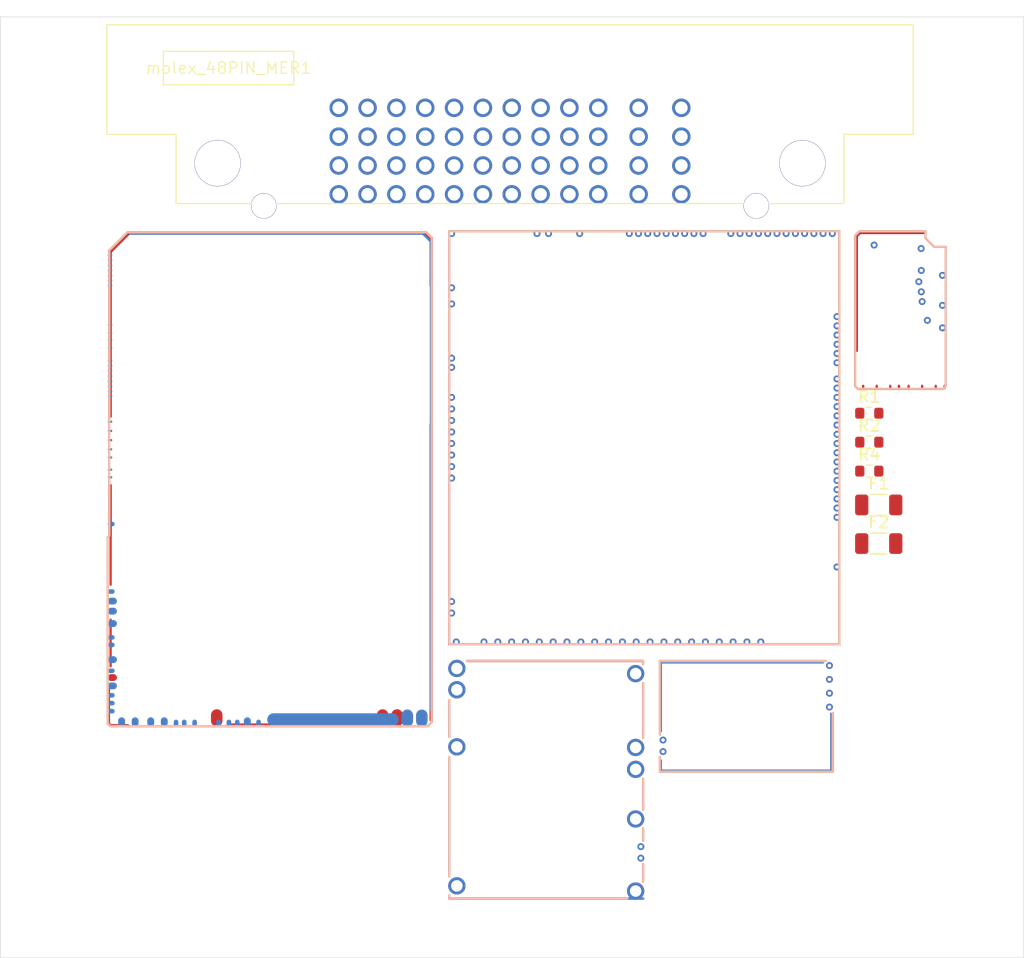
<source format=kicad_pcb>
(kicad_pcb (version 20241229) (generator "pcbnew") (generator_version "9.0")
  (layers (0 "F.Cu" signal) (2 "B.Cu" signal) (13 "F.Paste" user) (15 "B.Paste" user) (5 "F.SilkS" user "F.Silkscreen") (7 "B.SilkS" user "B.Silkscreen") (1 "F.Mask" user) (3 "B.Mask" user) (25 "Edge.Cuts" user))
  (net 0 "")
  (net 1 "Net-(molex_48PIN_MER1-12V_KEY)")
  (net 2 "Net-(M3-IN_VIGN)")
  (net 3 "+12V_RAW")
  (net 4 "Net-(molex_48PIN_MER1-12V_MREL)")
  (net 5 "GND")
  (net 8 "MAPOUT")
  (net 10 "+5V")
  (net 16 "Net-(M1-IN_TPS_(PA4))")
  (net 17 "DC2_DIS")
  (net 18 "+5VA")
  (net 19 "Net-(M1-IN_O2S_{slash}_CAN_WAKEUP_(PA0))")
  (net 21 "USB+")
  (net 22 "Net-(M1-OUT_PWM1_(PD13))")
  (net 23 "Net-(M1-IGN2_(PE5))")
  (net 24 "Net-(M1-OUT_INJ3_(PD11))")
  (net 26 "Net-(M1-IN_IAT_(PC3))")
  (net 29 "+3.3V")
  (net 33 "Net-(M1-IGN7_(PB9))")
  (net 34 "Net-(M1-IN_MAP1_(PC0))")
  (net 37 "PG_5VP")
  (net 40 "Net-(M1-IN_VIGN_(PA5))")
  (net 46 "9924")
  (net 47 "Net-(M1-OUT_INJ4_(PD10))")
  (net 48 "Net-(M1-OUT_INJ1_(PD3))")
  (net 49 "Net-(M1-IN_O2S2_(PA1))")
  (net 55 "Net-(M1-IGN3_(PE4))")
  (net 56 "Net-(M1-OUT_INJ2_(PA9))")
  (net 57 "Net-(M1-OUT_PWM2_(PC6))")
  (net 60 "Net-(M1-IGN8_(PE6))")
  (net 63 "Net-(M1-OUT_PWR_EN_(PE10))")
  (net 64 "Net-(M1-VBAT)")
  (net 72 "Net-(M1-IN_AUX4_(PC5))")
  (net 73 "VBUS")
  (net 74 "Net-(M1-CANH)")
  (net 78 "GNDA")
  (net 80 "Net-(M1-IN_CLT_(PC2))")
  (net 81 "+3.3VA")
  (net 82 "Net-(M1-CANL)")
  (net 84 "Net-(M1-IGN1_(PC13))")
  (net 85 "USB-")
  (net 87 "Net-(M1-IGN4_(PE3))")
  (net 89 "Net-(M2-VR+)")
  (net 91 "Net-(M2-VR-{slash}HALL)")
  (net 93 "+5VP")
  (net 95 "Net-(M3-PG_5VP)")
  (net 98 "Net-(M4-OUT_IGN4)")
  (net 101 "Net-(M4-OUT_IGN2)")
  (net 103 "Net-(M4-OUT_IGN1)")
  (net 104 "Net-(M4-OUT_IGN3)")
  (net 109 "Net-(M5C-OUT_LOW12)")
  (net 125 "Net-(M5C-OUT_INJ1)")
  (net 129 "Net-(M5C-OUT_INJ4)")
  (net 132 "Net-(M5C-OUT_LOW11)")
  (net 139 "Net-(M5C-OUT_INJ3)")
  (net 144 "Net-(M5C-OUT_INJ2)")
  (net 151 "Net-(M5C-OUT_LOW10)")
  (net 154 "Net-(M5C-OUT_LOW9)")
  (footprint "Capacitor_SMD:C_1206_3216Metric" (layer "F.Cu") (at 158.565 69.4075)
    (property "Reference" "F1" (at 0 -1.85 0) (layer "F.SilkS"))
    (property "Value" "Fuse-Pad-Pad")
    (fp_line (start -0.711252 -0.91) (end 0.711252 -0.91) (stroke (width 0.12)) (layer "F.SilkS"))
    (fp_line (start -0.711252 0.91) (end 0.711252 0.91) (stroke (width 0.12)) (layer "F.SilkS"))
    (pad "1" smd roundrect (at -1.475 0) (size 1.15 1.8) (layers "F.Cu" "F.Mask" "F.Paste") (roundrect_rratio 0.217391) (net 1 "Net-(molex_48PIN_MER1-12V_KEY)"))
    (pad "2" smd roundrect (at 1.475 0) (size 1.15 1.8) (layers "F.Cu" "F.Mask" "F.Paste") (roundrect_rratio 0.217391) (net 2 "Net-(M3-IN_VIGN)"))
  )
  (footprint "vx:vr-max9924" (layer "F.Cu") (at 139.49 92.6325)
    (property "Reference" "M2" (hide yes))
    (property "Value" "Module-vr-max9924-0.1" (hide yes))
    (fp_line (start 0.1 -9.7) (end 0.1 -3.3) (stroke (width 0.2)) (layer "F.SilkS"))
    (fp_line (start 0.1 -0.1) (end 0.1 -1.4) (stroke (width 0.2)) (layer "F.SilkS"))
    (fp_line (start 0.1 -0.1) (end 15.1 -0.1) (stroke (width 0.2)) (layer "F.SilkS"))
    (fp_line (start 14.5 -9.7) (end 0.1 -9.7) (stroke (width 0.2)) (layer "F.SilkS"))
    (fp_line (start 15.1 -0.1) (end 15.1 -5.2) (stroke (width 0.2)) (layer "F.SilkS"))
    (fp_line (start 0.1 -9.7) (end 0.1 -3.3) (stroke (width 0.2)) (layer "B.SilkS"))
    (fp_line (start 0.1 -0.1) (end 0.1 -1.4) (stroke (width 0.2)) (layer "B.SilkS"))
    (fp_line (start 0.1 -0.1) (end 15.1 -0.1) (stroke (width 0.2)) (layer "B.SilkS"))
    (fp_line (start 14.5 -9.7) (end 0.1 -9.7) (stroke (width 0.2)) (layer "B.SilkS"))
    (fp_line (start 15.1 -0.1) (end 15.1 -5.2) (stroke (width 0.2)) (layer "B.SilkS"))
    (pad "E1" thru_hole circle (at 14.8 -6.9 180) (size 0.6 0.6) (drill 0.3) (layers "*.Cu" "*.Mask"))
    (pad "E2" thru_hole circle (at 14.8 -5.7 180) (size 0.6 0.6) (drill 0.3) (layers "*.Cu" "*.Mask"))
    (pad "E3" thru_hole circle (at 14.8 -8.1 180) (size 0.6 0.6) (drill 0.3) (layers "*.Cu" "*.Mask") (net 46 "9924"))
    (pad "E4" thru_hole circle (at 14.8 -9.3 180) (size 0.6 0.6) (drill 0.3) (layers "*.Cu" "*.Mask") (net 18 "+5VA"))
    (pad "G" smd rect (at 0.15 -6.6325) (size 0.25 6.185) (layers "F.Cu") (net 5 "GND"))
    (pad "G" smd rect (at 0.15 -6.6325) (size 0.25 6.185) (layers "B.Cu") (net 5 "GND"))
    (pad "G" smd rect (at 0.15 -0.5825) (size 0.25 1.115) (layers "F.Cu") (net 5 "GND"))
    (pad "G" smd rect (at 0.15 -0.5825) (size 0.25 1.115) (layers "B.Cu") (net 5 "GND"))
    (pad "G" smd rect (at 7.1625 -9.6 90) (size 0.25 14.275) (layers "F.Cu") (net 5 "GND"))
    (pad "G" smd rect (at 7.1625 -9.6 90) (size 0.25 14.275) (layers "B.Cu") (net 5 "GND"))
    (pad "G" smd rect (at 7.575 -0.15 90) (size 0.25 15.1) (layers "F.Cu") (net 5 "GND"))
    (pad "G" smd rect (at 7.575 -0.15 90) (size 0.25 15.1) (layers "B.Cu") (net 5 "GND"))
    (pad "G" smd rect (at 15 -2.6125) (size 0.25 5.175) (layers "F.Cu") (net 5 "GND"))
    (pad "G" smd rect (at 15 -2.6125) (size 0.25 5.175) (layers "B.Cu") (net 5 "GND"))
    (pad "W1" thru_hole circle (at 0.375 -2.84 180) (size 0.6 0.6) (drill 0.3) (layers "*.Cu" "*.Mask") (net 91 "Net-(M2-VR-{slash}HALL)"))
    (pad "W2" thru_hole circle (at 0.375 -1.84 180) (size 0.6 0.6) (drill 0.3) (layers "*.Cu" "*.Mask") (net 89 "Net-(M2-VR+)"))
  )
  (footprint "Capacitor_SMD:C_1206_3216Metric" (layer "F.Cu") (at 158.565 72.7575)
    (property "Reference" "F2" (at 0 -1.85 0) (layer "F.SilkS"))
    (property "Value" "Fuse-Pad-Pad")
    (fp_line (start -0.711252 -0.91) (end 0.711252 -0.91) (stroke (width 0.12)) (layer "F.SilkS"))
    (fp_line (start -0.711252 0.91) (end 0.711252 0.91) (stroke (width 0.12)) (layer "F.SilkS"))
    (pad "1" smd roundrect (at -1.475 0) (size 1.15 1.8) (layers "F.Cu" "F.Mask" "F.Paste") (roundrect_rratio 0.217391) (net 4 "Net-(molex_48PIN_MER1-12V_MREL)"))
    (pad "2" smd roundrect (at 1.475 0) (size 1.15 1.8) (layers "F.Cu" "F.Mask" "F.Paste") (roundrect_rratio 0.217391) (net 3 "+12V_RAW"))
  )
  (footprint "ign8:ign8" (layer "F.Cu") (at 156.49 59.456209)
    (property "Reference" "M4" (hide yes))
    (property "Value" "Module-ign8-0.2" (hide yes))
    (fp_line (start 0.025001 -13.412061) (end 0.384292 -13.771352) (stroke (width 0.2)) (layer "F.SilkS"))
    (fp_line (start 0.025001 -0.35038) (end 0.025001 -13.412061) (stroke (width 0.2)) (layer "F.SilkS"))
    (fp_line (start 0.025001 -0.35038) (end 0.275001 -0.100381) (stroke (width 0.2)) (layer "F.SilkS"))
    (fp_line (start 0.275001 -0.100381) (end 7.62538 -0.100381) (stroke (width 0.2)) (layer "F.SilkS"))
    (fp_line (start 0.384292 -13.771352) (end 6.124999 -13.771352) (stroke (width 0.2)) (layer "F.SilkS"))
    (fp_line (start 6.124999 -13.175) (end 6.124999 -13.771352) (stroke (width 0.2)) (layer "F.SilkS"))
    (fp_line (start 6.124999 -13.175) (end 6.875 -12.424999) (stroke (width 0.2)) (layer "F.SilkS"))
    (fp_line (start 6.875 -12.424999) (end 7.875001 -12.424999) (stroke (width 0.2)) (layer "F.SilkS"))
    (fp_line (start 7.62538 -0.100381) (end 7.875001 -0.350002) (stroke (width 0.2)) (layer "F.SilkS"))
    (fp_line (start 7.875001 -10.550002) (end 7.875001 -12.424999) (stroke (width 0.2)) (layer "F.SilkS"))
    (fp_line (start 7.875001 -0.350002) (end 7.875001 -10.550002) (stroke (width 0.2)) (layer "F.SilkS"))
    (fp_line (start 0.025001 -13.412061) (end 0.386649 -13.773709) (stroke (width 0.2)) (layer "B.SilkS"))
    (fp_line (start 0.025001 -0.35038) (end 0.025001 -13.412061) (stroke (width 0.2)) (layer "B.SilkS"))
    (fp_line (start 0.025001 -0.35038) (end 0.275001 -0.100381) (stroke (width 0.2)) (layer "B.SilkS"))
    (fp_line (start 0.275001 -0.100381) (end 7.625382 -0.100381) (stroke (width 0.2)) (layer "B.SilkS"))
    (fp_line (start 0.386649 -13.773709) (end 6.124999 -13.773709) (stroke (width 0.2)) (layer "B.SilkS"))
    (fp_line (start 6.124999 -13.175) (end 6.124999 -13.773709) (stroke (width 0.2)) (layer "B.SilkS"))
    (fp_line (start 6.124999 -13.175) (end 6.875 -12.424999) (stroke (width 0.2)) (layer "B.SilkS"))
    (fp_line (start 6.875 -12.424999) (end 7.875001 -12.424999) (stroke (width 0.2)) (layer "B.SilkS"))
    (fp_line (start 7.625382 -0.100381) (end 7.875001 -0.349999) (stroke (width 0.2)) (layer "B.SilkS"))
    (fp_line (start 7.875001 -0.349999) (end 7.875001 -12.424999) (stroke (width 0.2)) (layer "B.SilkS"))
    (pad "G" smd oval (at 0.15 -8.400001 90) (size 10.2 0.25) (layers "F.Cu" "F.Paste") (net 5 "GND"))
    (pad "G" smd oval (at 0.300004 -13.499996 45) (size 0.650001 0.25) (layers "F.Cu" "F.Paste") (net 5 "GND"))
    (pad "G" smd oval (at 3.2625 -13.649996 90) (size 0.25 5.800001) (layers "F.Cu" "F.Paste") (net 5 "GND"))
    (pad "S1" smd oval (at 7.774948 -0.275379 90) (size 0.399999 0.2) (layers "F.Cu" "F.Mask" "F.Paste"))
    (pad "S2" smd oval (at 7.014969 -0.275379 90) (size 0.399999 0.2) (layers "F.Cu" "F.Mask" "F.Paste"))
    (pad "S3" smd oval (at 5.839976 -0.275379 90) (size 0.399999 0.2) (layers "F.Cu" "F.Mask" "F.Paste"))
    (pad "S4" smd oval (at 4.664989 -0.275379 90) (size 0.399999 0.2) (layers "F.Cu" "F.Mask" "F.Paste"))
    (pad "S5" smd oval (at 3.825077 -0.275379 90) (size 0.399999 0.2) (layers "F.Cu" "F.Mask" "F.Paste") (net 98 "Net-(M4-OUT_IGN4)"))
    (pad "S6" smd oval (at 3.075005 -0.275379 90) (size 0.399999 0.2) (layers "F.Cu" "F.Mask" "F.Paste") (net 104 "Net-(M4-OUT_IGN3)"))
    (pad "S7" smd oval (at 1.899994 -0.275379 90) (size 0.399999 0.2) (layers "F.Cu" "F.Mask" "F.Paste") (net 101 "Net-(M4-OUT_IGN2)"))
    (pad "S8" smd oval (at 0.724997 -0.275379 90) (size 0.399999 0.2) (layers "F.Cu" "F.Mask" "F.Paste") (net 103 "Net-(M4-OUT_IGN1)"))
    (pad "V1" thru_hole circle (at 5.765 -10.374986 180) (size 0.599999 0.599999) (drill 0.299999) (layers "*.Cu" "*.Mask"))
    (pad "V2" thru_hole circle (at 7.60001 -9.949978 180) (size 0.599999 0.599999) (drill 0.299999) (layers "*.Cu" "*.Mask"))
    (pad "V3" thru_hole circle (at 5.550002 -9.399981 180) (size 0.599999 0.599999) (drill 0.299999) (layers "*.Cu" "*.Mask"))
    (pad "V4" thru_hole circle (at 5.764997 -8.525022) (size 0.599999 0.599999) (drill 0.299999) (layers "*.Cu" "*.Mask"))
    (pad "V5" thru_hole circle (at 5.840004 -7.674999 180) (size 0.599999 0.599999) (drill 0.299999) (layers "*.Cu" "*.Mask") (net 87 "Net-(M1-IGN4_(PE3))"))
    (pad "V6" thru_hole circle (at 7.60001 -7.349983 180) (size 0.599999 0.599999) (drill 0.299999) (layers "*.Cu" "*.Mask") (net 55 "Net-(M1-IGN3_(PE4))"))
    (pad "V7" thru_hole circle (at 6.29001 -6.050016) (size 0.599999 0.599999) (drill 0.299999) (layers "*.Cu" "*.Mask") (net 23 "Net-(M1-IGN2_(PE5))"))
    (pad "V8" thru_hole circle (at 7.60001 -5.399999 180) (size 0.599999 0.599999) (drill 0.299999) (layers "*.Cu" "*.Mask") (net 84 "Net-(M1-IGN1_(PC13))"))
    (pad "V9" thru_hole circle (at 1.674995 -12.575002 180) (size 0.599999 0.599999) (drill 0.299999) (layers "*.Cu" "*.Mask") (net 10 "+5V"))
    (pad "V10" thru_hole circle (at 5.750001 -12.275 180) (size 0.599999 0.599999) (drill 0.299999) (layers "*.Cu" "*.Mask") (net 29 "+3.3V"))
  )
  (footprint "0.3:mega-mcu100" (layer "F.Cu") (at 121.24 81.58251)
    (property "Reference" "M1" (hide yes))
    (property "Value" "Module:mega-mcu100/0.3" (hide yes))
    (fp_line (start 0.1 -35.89999) (end 33.90001 -35.89999) (stroke (width 0.2)) (layer "F.SilkS"))
    (fp_line (start 0.1 -0.1) (end 0.1 -35.89999) (stroke (width 0.2)) (layer "F.SilkS"))
    (fp_line (start 0.1 -0.1) (end 33.9 -0.1) (stroke (width 0.2)) (layer "F.SilkS"))
    (fp_line (start 33.90001 -0.1) (end 33.90001 -35.89999) (stroke (width 0.2)) (layer "F.SilkS"))
    (fp_line (start 0.1 -35.89999) (end 33.90001 -35.89999) (stroke (width 0.2)) (layer "B.SilkS"))
    (fp_line (start 0.1 -0.1) (end 0.1 -35.89999) (stroke (width 0.2)) (layer "B.SilkS"))
    (fp_line (start 0.1 -0.1) (end 33.90001 -0.1) (stroke (width 0.2)) (layer "B.SilkS"))
    (fp_line (start 33.90001 -0.1) (end 33.90001 -35.89999) (stroke (width 0.2)) (layer "B.SilkS"))
    (pad "E1" thru_hole circle (at 33.7 -6.8 270) (size 0.6 0.6) (drill 0.3) (layers "*.Cu") (net 18 "+5VA"))
    (pad "E2" thru_hole circle (at 33.70001 -11.1 270) (size 0.6 0.6) (drill 0.3) (layers "*.Cu"))
    (pad "E3" thru_hole circle (at 33.70001 -11.89999 180) (size 0.6 0.6) (drill 0.3) (layers "*.Cu"))
    (pad "E4" thru_hole circle (at 33.70001 -12.7 180) (size 0.6 0.6) (drill 0.3) (layers "*.Cu"))
    (pad "E5" thru_hole circle (at 33.70001 -13.5 270) (size 0.6 0.6) (drill 0.3) (layers "*.Cu") (net 40 "Net-(M1-IN_VIGN_(PA5))"))
    (pad "E6" thru_hole circle (at 33.70001 -14.3) (size 0.6 0.6) (drill 0.3) (layers "*.Cu"))
    (pad "E7" thru_hole circle (at 33.70001 -15.1) (size 0.6 0.6) (drill 0.3) (layers "*.Cu"))
    (pad "E8" thru_hole circle (at 33.70001 -15.9) (size 0.6 0.6) (drill 0.3) (layers "*.Cu"))
    (pad "E9" thru_hole circle (at 33.70001 -16.7) (size 0.6 0.6) (drill 0.3) (layers "*.Cu"))
    (pad "E10" thru_hole circle (at 33.70001 -17.5 180) (size 0.6 0.6) (drill 0.3) (layers "*.Cu"))
    (pad "E11" thru_hole circle (at 33.70001 -18.3 180) (size 0.6 0.6) (drill 0.3) (layers "*.Cu"))
    (pad "E12" thru_hole circle (at 33.70001 -19.1 180) (size 0.6 0.6) (drill 0.3) (layers "*.Cu"))
    (pad "E13" thru_hole circle (at 33.70001 -19.9 180) (size 0.6 0.6) (drill 0.3) (layers "*.Cu"))
    (pad "E14" thru_hole circle (at 33.70001 -20.7 180) (size 0.6 0.6) (drill 0.3) (layers "*.Cu") (net 47 "Net-(M1-OUT_INJ4_(PD10))"))
    (pad "E15" thru_hole circle (at 33.70001 -21.5 180) (size 0.6 0.6) (drill 0.3) (layers "*.Cu") (net 24 "Net-(M1-OUT_INJ3_(PD11))"))
    (pad "E16" thru_hole circle (at 33.7 -22.29999 270) (size 0.6 0.6) (drill 0.3) (layers "*.Cu") (net 56 "Net-(M1-OUT_INJ2_(PA9))"))
    (pad "E17" thru_hole circle (at 33.70001 -23.1 270) (size 0.6 0.6) (drill 0.3) (layers "*.Cu") (net 48 "Net-(M1-OUT_INJ1_(PD3))"))
    (pad "E18" thru_hole circle (at 33.70001 -24.5 270) (size 0.6 0.6) (drill 0.3) (layers "*.Cu") (net 22 "Net-(M1-OUT_PWM1_(PD13))"))
    (pad "E19" thru_hole circle (at 33.70001 -25.29999 270) (size 0.6 0.6) (drill 0.3) (layers "*.Cu") (net 57 "Net-(M1-OUT_PWM2_(PC6))"))
    (pad "E20" thru_hole circle (at 33.70001 -26.09999 270) (size 0.6 0.6) (drill 0.3) (layers "*.Cu"))
    (pad "E21" thru_hole circle (at 33.70001 -26.89999 270) (size 0.6 0.6) (drill 0.3) (layers "*.Cu"))
    (pad "E22" thru_hole circle (at 33.70001 -27.69999 270) (size 0.6 0.6) (drill 0.3) (layers "*.Cu"))
    (pad "E23" thru_hole circle (at 33.70001 -28.5 180) (size 0.6 0.6) (drill 0.3) (layers "*.Cu"))
    (pad "G" smd rect (at 0.1 -33.34999) (size 0.2 3.7) (layers "F.Cu") (net 5 "GND"))
    (pad "G" smd rect (at 0.1 -33.34999) (size 0.2 3.7) (layers "B.Cu") (net 5 "GND"))
    (pad "G" smd rect (at 0.1 -30.3) (size 0.2 0.4) (layers "F.Cu") (net 5 "GND"))
    (pad "G" smd rect (at 0.1 -30.3) (size 0.2 0.4) (layers "B.Cu") (net 5 "GND"))
    (pad "G" smd rect (at 0.1 -27.24999) (size 0.2 3.7) (layers "F.Cu") (net 5 "GND"))
    (pad "G" smd rect (at 0.1 -27.24999) (size 0.2 3.7) (layers "B.Cu") (net 5 "GND"))
    (pad "G" smd rect (at 0.1 -22.8) (size 0.2 1.6) (layers "F.Cu") (net 5 "GND"))
    (pad "G" smd rect (at 0.1 -22.8) (size 0.2 1.6) (layers "B.Cu") (net 5 "GND"))
    (pad "G" smd rect (at 0.1 -9.15) (size 0.2 9.7) (layers "F.Cu") (net 5 "GND"))
    (pad "G" smd rect (at 0.1 -9.15) (size 0.2 9.7) (layers "B.Cu") (net 5 "GND"))
    (pad "G" smd rect (at 0.1 -1.15) (size 0.2 2.3) (layers "F.Cu") (net 5 "GND"))
    (pad "G" smd rect (at 0.1 -1.15) (size 0.2 2.3) (layers "B.Cu") (net 5 "GND"))
    (pad "G" smd rect (at 1.90001 -0.09999 90) (size 0.2 1.4) (layers "F.Cu") (net 5 "GND"))
    (pad "G" smd rect (at 1.90001 -0.09999 90) (size 0.2 1.4) (layers "B.Cu") (net 5 "GND"))
    (pad "G" smd rect (at 4 -35.89999 270) (size 0.2 6.4) (layers "F.Cu") (net 5 "GND"))
    (pad "G" smd rect (at 4 -35.89999 270) (size 0.2 6.4) (layers "B.Cu") (net 5 "GND"))
    (pad "G" smd rect (at 10.05 -35.89999 270) (size 0.2 1.7) (layers "F.Cu") (net 5 "GND"))
    (pad "G" smd rect (at 10.05 -35.89999 270) (size 0.2 1.7) (layers "B.Cu") (net 5 "GND"))
    (pad "G" smd rect (at 13.55 -35.89999 270) (size 0.2 3.3) (layers "F.Cu") (net 5 "GND"))
    (pad "G" smd rect (at 13.55 -35.89999 270) (size 0.2 3.3) (layers "B.Cu") (net 5 "GND"))
    (pad "G" smd rect (at 23.3 -35.89999 270) (size 0.2 1.4) (layers "F.Cu") (net 5 "GND"))
    (pad "G" smd rect (at 23.3 -35.89999 270) (size 0.2 1.4) (layers "B.Cu") (net 5 "GND"))
    (pad "G" smd rect (at 30.8 -0.09999 90) (size 0.2 6.4) (layers "F.Cu") (net 5 "GND"))
    (pad "G" smd rect (at 30.8 -0.09999 90) (size 0.2 6.4) (layers "B.Cu") (net 5 "GND"))
    (pad "G" smd rect (at 33.90001 -32.50001 180) (size 0.2 7) (layers "F.Cu") (net 5 "GND"))
    (pad "G" smd rect (at 33.90001 -32.50001 180) (size 0.2 7) (layers "B.Cu") (net 5 "GND"))
    (pad "G" smd rect (at 33.90001 -23.79999 180) (size 0.2 0.4) (layers "F.Cu") (net 5 "GND"))
    (pad "G" smd rect (at 33.90001 -23.79999 180) (size 0.2 0.4) (layers "B.Cu") (net 5 "GND"))
    (pad "G" smd rect (at 33.90001 -8.94999 180) (size 0.2 3.3) (layers "F.Cu") (net 5 "GND"))
    (pad "G" smd rect (at 33.90001 -8.94999 180) (size 0.2 3.3) (layers "B.Cu") (net 5 "GND"))
    (pad "G" smd rect (at 33.90001 -3.14999 180) (size 0.2 6.3) (layers "F.Cu") (net 5 "GND"))
    (pad "G" smd rect (at 33.90001 -3.14999 180) (size 0.2 6.3) (layers "B.Cu") (net 5 "GND"))
    (pad "N1" thru_hole circle (at 33.30001 -35.7 270) (size 0.6 0.6) (drill 0.3) (layers "*.Cu") (net 73 "VBUS"))
    (pad "N2" thru_hole circle (at 32.50001 -35.7 270) (size 0.6 0.6) (drill 0.3) (layers "*.Cu") (net 85 "USB-"))
    (pad "N3" thru_hole circle (at 31.70001 -35.7 270) (size 0.6 0.6) (drill 0.3) (layers "*.Cu") (net 21 "USB+"))
    (pad "N4" thru_hole circle (at 30.9 -35.7 270) (size 0.6 0.6) (drill 0.3) (layers "*.Cu") (net 17 "DC2_DIS"))
    (pad "N5" thru_hole circle (at 30.10001 -35.7 270) (size 0.6 0.6) (drill 0.3) (layers "*.Cu"))
    (pad "N6" thru_hole circle (at 29.30001 -35.7 270) (size 0.6 0.6) (drill 0.3) (layers "*.Cu"))
    (pad "N7" thru_hole circle (at 28.50001 -35.7 90) (size 0.6 0.6) (drill 0.3) (layers "*.Cu"))
    (pad "N8" thru_hole circle (at 27.7 -35.7 270) (size 0.6 0.6) (drill 0.3) (layers "*.Cu"))
    (pad "N9" thru_hole circle (at 26.90001 -35.69999 90) (size 0.6 0.6) (drill 0.3) (layers "*.Cu"))
    (pad "N10" thru_hole circle (at 26.10001 -35.69999 90) (size 0.6 0.6) (drill 0.3) (layers "*.Cu"))
    (pad "N11" thru_hole circle (at 25.30001 -35.69999 90) (size 0.6 0.6) (drill 0.3) (layers "*.Cu") (net 37 "PG_5VP"))
    (pad "N12" thru_hole circle (at 24.50001 -35.69999 90) (size 0.6 0.6) (drill 0.3) (layers "*.Cu"))
    (pad "N13" thru_hole circle (at 22.1 -35.69999 270) (size 0.6 0.6) (drill 0.3) (layers "*.Cu"))
    (pad "N14" thru_hole circle (at 21.3 -35.69999 270) (size 0.6 0.6) (drill 0.3) (layers "*.Cu"))
    (pad "N14a" thru_hole circle (at 20.50001 -35.7 270) (size 0.6 0.6) (drill 0.3) (layers "*.Cu"))
    (pad "N14b" thru_hole circle (at 19.7 -35.7 270) (size 0.6 0.6) (drill 0.3) (layers "*.Cu"))
    (pad "N15" thru_hole circle (at 18.9 -35.7 270) (size 0.6 0.6) (drill 0.3) (layers "*.Cu") (net 81 "+3.3VA"))
    (pad "N16" thru_hole circle (at 18.1 -35.7 90) (size 0.6 0.6) (drill 0.3) (layers "*.Cu"))
    (pad "N17" thru_hole circle (at 17.3 -35.7 270) (size 0.6 0.6) (drill 0.3) (layers "*.Cu") (net 64 "Net-(M1-VBAT)"))
    (pad "N18" thru_hole circle (at 16.5 -35.69999 270) (size 0.6 0.6) (drill 0.3) (layers "*.Cu"))
    (pad "N19" thru_hole circle (at 15.7 -35.69999 270) (size 0.6 0.6) (drill 0.3) (layers "*.Cu") (net 46 "9924"))
    (pad "N20" thru_hole circle (at 11.4 -35.69999 270) (size 0.6 0.6) (drill 0.3) (layers "*.Cu") (net 63 "Net-(M1-OUT_PWR_EN_(PE10))"))
    (pad "N21" thru_hole circle (at 8.7 -35.69999 270) (size 0.6 0.6) (drill 0.3) (layers "*.Cu") (net 29 "+3.3V"))
    (pad "N22" thru_hole circle (at 7.70001 -35.69999 270) (size 0.6 0.6) (drill 0.3) (layers "*.Cu") (net 10 "+5V"))
    (pad "N23" thru_hole circle (at 0.3 -35.69999 270) (size 0.6 0.6) (drill 0.3) (layers "*.Cu"))
    (pad "S1" thru_hole circle (at 27.10002 -0.29999 270) (size 0.6 0.6) (drill 0.3) (layers "*.Cu"))
    (pad "S2" thru_hole circle (at 25.90001 -0.29999 270) (size 0.6 0.6) (drill 0.3) (layers "*.Cu"))
    (pad "S3" thru_hole circle (at 24.70001 -0.29999 270) (size 0.6 0.6) (drill 0.3) (layers "*.Cu"))
    (pad "S4" thru_hole circle (at 23.50001 -0.29999 270) (size 0.6 0.6) (drill 0.3) (layers "*.Cu"))
    (pad "S5" thru_hole circle (at 22.30001 -0.29999 270) (size 0.6 0.6) (drill 0.3) (layers "*.Cu"))
    (pad "S6" thru_hole circle (at 21.10001 -0.29999 270) (size 0.6 0.6) (drill 0.3) (layers "*.Cu") (net 72 "Net-(M1-IN_AUX4_(PC5))"))
    (pad "S7" thru_hole circle (at 19.90001 -0.29999 270) (size 0.6 0.6) (drill 0.3) (layers "*.Cu"))
    (pad "S8" thru_hole circle (at 18.70001 -0.29999 270) (size 0.6 0.6) (drill 0.3) (layers "*.Cu"))
    (pad "S9" thru_hole circle (at 17.50001 -0.29999 270) (size 0.6 0.6) (drill 0.3) (layers "*.Cu"))
    (pad "S10" thru_hole circle (at 16.30001 -0.29999 270) (size 0.6 0.6) (drill 0.3) (layers "*.Cu") (net 49 "Net-(M1-IN_O2S2_(PA1))"))
    (pad "S11" thru_hole circle (at 15.10001 -0.29999 270) (size 0.6 0.6) (drill 0.3) (layers "*.Cu") (net 19 "Net-(M1-IN_O2S_{slash}_CAN_WAKEUP_(PA0))"))
    (pad "S12" thru_hole circle (at 13.90001 -0.29999 270) (size 0.6 0.6) (drill 0.3) (layers "*.Cu") (net 8 "MAPOUT"))
    (pad "S13" thru_hole circle (at 12.70001 -0.29999 270) (size 0.6 0.6) (drill 0.3) (layers "*.Cu") (net 34 "Net-(M1-IN_MAP1_(PC0))"))
    (pad "S14" thru_hole circle (at 11.50001 -0.29999 270) (size 0.6 0.6) (drill 0.3) (layers "*.Cu"))
    (pad "S15" thru_hole circle (at 10.30001 -0.29999 270) (size 0.6 0.6) (drill 0.3) (layers "*.Cu"))
    (pad "S16" thru_hole circle (at 9.10001 -0.29999 270) (size 0.6 0.6) (drill 0.3) (layers "*.Cu"))
    (pad "S17" thru_hole circle (at 7.90001 -0.29999 270) (size 0.6 0.6) (drill 0.3) (layers "*.Cu"))
    (pad "S18" thru_hole circle (at 6.7 -0.29999 270) (size 0.6 0.6) (drill 0.3) (layers "*.Cu") (net 16 "Net-(M1-IN_TPS_(PA4))"))
    (pad "S19" thru_hole circle (at 5.5 -0.29999 270) (size 0.6 0.6) (drill 0.3) (layers "*.Cu"))
    (pad "S20" thru_hole circle (at 4.3 -0.29999 270) (size 0.6 0.6) (drill 0.3) (layers "*.Cu") (net 26 "Net-(M1-IN_IAT_(PC3))"))
    (pad "S21" thru_hole circle (at 3.1 -0.29999 270) (size 0.6 0.6) (drill 0.3) (layers "*.Cu") (net 80 "Net-(M1-IN_CLT_(PC2))"))
    (pad "S22" thru_hole circle (at 0.7 -0.29999 270) (size 0.6 0.6) (drill 0.3) (layers "*.Cu"))
    (pad "W1" thru_hole circle (at 0.3 -2.8 180) (size 0.6 0.6) (drill 0.3) (layers "*.Cu") (net 78 "GNDA"))
    (pad "W2" thru_hole circle (at 0.3 -3.8 270) (size 0.6 0.6) (drill 0.3) (layers "*.Cu") (net 18 "+5VA"))
    (pad "W3" thru_hole circle (at 0.3 -14.49999 180) (size 0.6 0.6) (drill 0.3) (layers "*.Cu") (net 60 "Net-(M1-IGN8_(PE6))"))
    (pad "W4" thru_hole circle (at 0.3 -15.5 180) (size 0.6 0.6) (drill 0.3) (layers "*.Cu") (net 33 "Net-(M1-IGN7_(PB9))"))
    (pad "W5" thru_hole circle (at 0.3 -16.49999 180) (size 0.6 0.6) (drill 0.3) (layers "*.Cu"))
    (pad "W6" thru_hole circle (at 0.3 -17.49999 180) (size 0.6 0.6) (drill 0.3) (layers "*.Cu"))
    (pad "W7" thru_hole circle (at 0.3 -18.49999 180) (size 0.6 0.6) (drill 0.3) (layers "*.Cu") (net 87 "Net-(M1-IGN4_(PE3))"))
    (pad "W8" thru_hole circle (at 0.3 -19.49999 180) (size 0.6 0.6) (drill 0.3) (layers "*.Cu") (net 55 "Net-(M1-IGN3_(PE4))"))
    (pad "W9" thru_hole circle (at 0.3 -20.49999 180) (size 0.6 0.6) (drill 0.3) (layers "*.Cu") (net 23 "Net-(M1-IGN2_(PE5))"))
    (pad "W10" thru_hole circle (at 0.3 -21.49999 180) (size 0.6 0.6) (drill 0.3) (layers "*.Cu") (net 84 "Net-(M1-IGN1_(PC13))"))
    (pad "W11" thru_hole circle (at 0.3 -24.09999 270) (size 0.6 0.6) (drill 0.3) (layers "*.Cu") (net 74 "Net-(M1-CANH)"))
    (pad "W12" thru_hole circle (at 0.3 -24.89999 270) (size 0.6 0.6) (drill 0.3) (layers "*.Cu") (net 82 "Net-(M1-CANL)"))
    (pad "W13" thru_hole circle (at 0.3 -29.6 180) (size 0.6 0.6) (drill 0.3) (layers "*.Cu"))
    (pad "W14" thru_hole circle (at 0.3 -30.99999 270) (size 0.6 0.6) (drill 0.3) (layers "*.Cu"))
  )
  (footprint "power-12and5:power_12and5V" (layer "F.Cu") (at 121.24 103.632502)
    (property "Reference" "M3" (hide yes))
    (property "Value" "Module-power_12and5V-0.3" (hide yes))
    (fp_line (start 0.1 -14.1) (end 0.1 -17.300003) (stroke (width 0.2)) (layer "F.SilkS"))
    (fp_line (start 0.1 -2) (end 0.1 -12.400002) (stroke (width 0.2)) (layer "F.SilkS"))
    (fp_line (start 0.1 -0.1) (end 0.1 -0.4) (stroke (width 0.2)) (layer "F.SilkS"))
    (fp_line (start 0.1 -0.1) (end 15.5 -0.1) (stroke (width 0.2)) (layer "F.SilkS"))
    (fp_line (start 1.6 -20.699998) (end 16.899999 -20.7) (stroke (width 0.2)) (layer "F.SilkS"))
    (fp_line (start 16.899997 -14.000002) (end 16.899997 -18.800002) (stroke (width 0.2)) (layer "F.SilkS"))
    (fp_line (start 16.899997 -7.8) (end 16.899997 -10.5) (stroke (width 0.2)) (layer "F.SilkS"))
    (fp_line (start 16.899997 -5.100002) (end 16.899997 -6.200005) (stroke (width 0.2)) (layer "F.SilkS"))
    (fp_line (start 16.899997 -1.55) (end 16.900002 -3.1) (stroke (width 0.2)) (layer "F.SilkS"))
    (fp_line (start 16.899999 -20.400002) (end 16.899999 -20.7) (stroke (width 0.2)) (layer "F.SilkS"))
    (fp_line (start 0.1 -14.1) (end 0.1 -17.300003) (stroke (width 0.2)) (layer "B.SilkS"))
    (fp_line (start 0.1 -2) (end 0.1 -12.400002) (stroke (width 0.2)) (layer "B.SilkS"))
    (fp_line (start 0.1 -0.1) (end 0.1 -0.4) (stroke (width 0.2)) (layer "B.SilkS"))
    (fp_line (start 0.1 -0.1) (end 15.5 -0.1) (stroke (width 0.2)) (layer "B.SilkS"))
    (fp_line (start 1.6 -20.699998) (end 16.899999 -20.7) (stroke (width 0.2)) (layer "B.SilkS"))
    (fp_line (start 16.899997 -14.000002) (end 16.899997 -18.800002) (stroke (width 0.2)) (layer "B.SilkS"))
    (fp_line (start 16.899997 -7.8) (end 16.899997 -10.5) (stroke (width 0.2)) (layer "B.SilkS"))
    (fp_line (start 16.899997 -5.100002) (end 16.899997 -6.200005) (stroke (width 0.2)) (layer "B.SilkS"))
    (fp_line (start 16.899997 -1.55) (end 16.900002 -3.1) (stroke (width 0.2)) (layer "B.SilkS"))
    (fp_line (start 16.899999 -20.400002) (end 16.899999 -20.7) (stroke (width 0.2)) (layer "B.SilkS"))
    (pad "E1" thru_hole circle (at 16.249996 -19.6) (size 1.5 1.5) (drill 1) (layers "*.Cu" "*.Mask") (net 64 "Net-(M1-VBAT)"))
    (pad "E2" thru_hole circle (at 16.249996 -13.200003) (size 1.5 1.5) (drill 1) (layers "*.Cu" "*.Mask"))
    (pad "E3" thru_hole circle (at 16.249996 -11.3) (size 1.5 1.5) (drill 1) (layers "*.Cu" "*.Mask") (net 40 "Net-(M1-IN_VIGN_(PA5))"))
    (pad "E4" thru_hole circle (at 16.249996 -7) (size 1.5 1.5) (drill 1) (layers "*.Cu" "*.Mask") (net 10 "+5V"))
    (pad "E5" thru_hole circle (at 16.699995 -4.600003 180) (size 0.6 0.6) (drill 0.3) (layers "*.Cu" "*.Mask") (net 63 "Net-(M1-OUT_PWR_EN_(PE10))"))
    (pad "E6" thru_hole circle (at 16.699995 -3.600002) (size 0.6 0.6) (drill 0.3) (layers "*.Cu" "*.Mask") (net 95 "Net-(M3-PG_5VP)"))
    (pad "S1" smd oval (at 0.1 -15.75 270) (size 3.3 0.2) (layers "F.Cu" "F.Mask" "F.Paste") (net 5 "GND"))
    (pad "S1" smd oval (at 0.1 -15.75 270) (size 3.3 0.2) (layers "B.Cu" "B.Mask" "B.Paste") (net 5 "GND"))
    (pad "S1" smd oval (at 0.1 -7.250002 90) (size 10.2 0.2) (layers "F.Cu" "F.Mask" "F.Paste") (net 5 "GND"))
    (pad "S1" smd oval (at 0.1 -7.250002 90) (size 10.2 0.2) (layers "B.Cu" "B.Mask" "B.Paste") (net 5 "GND"))
    (pad "S1" smd oval (at 0.1 -0.15 90) (size 0.3 0.2) (layers "F.Cu" "F.Mask" "F.Paste") (net 5 "GND"))
    (pad "S1" smd oval (at 0.1 -0.15 90) (size 0.3 0.2) (layers "B.Cu" "B.Mask" "B.Paste") (net 5 "GND"))
    (pad "S1" smd oval (at 8.499998 -0.1) (size 17 0.2) (layers "F.Cu" "F.Mask" "F.Paste") (net 5 "GND"))
    (pad "S1" smd oval (at 8.499998 -0.1) (size 17 0.2) (layers "B.Cu" "B.Mask" "B.Paste") (net 5 "GND"))
    (pad "S1" smd oval (at 9.299999 -20.7) (size 15.4 0.2) (layers "F.Cu" "F.Mask" "F.Paste") (net 5 "GND"))
    (pad "S1" smd oval (at 9.299999 -20.7) (size 15.4 0.2) (layers "B.Cu" "B.Mask" "B.Paste") (net 5 "GND"))
    (pad "S1" thru_hole circle (at 16.249996 -0.75 90) (size 1.5 1.5) (drill 1) (layers "*.Cu" "*.Mask") (net 5 "GND"))
    (pad "S1" smd oval (at 16.899997 -20.65 90) (size 0.3 0.2) (layers "F.Cu" "F.Mask" "F.Paste") (net 5 "GND"))
    (pad "S1" smd oval (at 16.899997 -20.65 90) (size 0.3 0.2) (layers "B.Cu" "B.Mask" "B.Paste") (net 5 "GND"))
    (pad "S1" smd oval (at 16.899997 -16.450002 90) (size 4.8 0.2) (layers "F.Cu" "F.Mask" "F.Paste") (net 5 "GND"))
    (pad "S1" smd oval (at 16.899997 -16.450002 90) (size 4.8 0.2) (layers "B.Cu" "B.Mask" "B.Paste") (net 5 "GND"))
    (pad "S1" smd oval (at 16.899997 -9.1 270) (size 2.6 0.2) (layers "F.Cu" "F.Mask" "F.Paste") (net 5 "GND"))
    (pad "S1" smd oval (at 16.899997 -9.1 270) (size 2.6 0.2) (layers "B.Cu" "B.Mask" "B.Paste") (net 5 "GND"))
    (pad "S1" smd oval (at 16.899997 -5.600003 270) (size 1 0.2) (layers "F.Cu" "F.Mask" "F.Paste") (net 5 "GND"))
    (pad "S1" smd oval (at 16.899997 -5.600003 270) (size 1 0.2) (layers "B.Cu" "B.Mask" "B.Paste") (net 5 "GND"))
    (pad "S1" smd oval (at 16.899997 -2.300002 270) (size 1.5 0.2) (layers "F.Cu" "F.Mask" "F.Paste") (net 5 "GND"))
    (pad "S1" smd oval (at 16.899997 -2.300002 270) (size 1.5 0.2) (layers "B.Cu" "B.Mask" "B.Paste") (net 5 "GND"))
    (pad "V1" thru_hole circle (at 0.749999 -20.050002) (size 1.5 1.5) (drill 1) (layers "*.Cu" "*.Mask") (net 3 "+12V_RAW"))
    (pad "V2" thru_hole circle (at 0.749999 -18.200003) (size 1.5 1.5) (drill 1) (layers "*.Cu" "*.Mask") (net 2 "Net-(M3-IN_VIGN)"))
    (pad "V3" thru_hole circle (at 0.749999 -13.25) (size 1.5 1.5) (drill 1) (layers "*.Cu" "*.Mask") (net 3 "+12V_RAW"))
    (pad "V4" thru_hole circle (at 0.749999 -1.200002) (size 1.5 1.5) (drill 1) (layers "*.Cu" "*.Mask") (net 93 "+5VP"))
  )
  (footprint "48pin-ljq:48PIN-ljq" (layer "F.Cu") (at 91.65 27.7825)
    (property "Reference" "molex_48PIN_MER1" (at 10.55 3.75 0) (layer "F.SilkS") (effects (font (thickness 0.1))))
    (property "Value" "~")
    (fp_line (start 0 0) (end 0 9.5) (stroke (width 0.1)) (layer "F.SilkS"))
    (fp_line (start 0 9.5) (end 6 9.5) (stroke (width 0.1)) (layer "F.SilkS"))
    (fp_line (start 6 9.5) (end 6 15.5) (stroke (width 0.1)) (layer "F.SilkS"))
    (fp_line (start 20.1 0) (end 0 0) (stroke (width 0.1)) (layer "F.SilkS"))
    (fp_line (start 20.1 0) (end 49.8 0) (stroke (width 0.1)) (layer "F.SilkS"))
    (fp_line (start 49.8 0) (end 69.9 0) (stroke (width 0.1)) (layer "F.SilkS"))
    (fp_line (start 63.9 9.5) (end 63.9 15.5) (stroke (width 0.1)) (layer "F.SilkS"))
    (fp_line (start 63.9 15.5) (end 6 15.5) (stroke (width 0.1)) (layer "F.SilkS"))
    (fp_line (start 69.9 0) (end 69.9 9.5) (stroke (width 0.1)) (layer "F.SilkS"))
    (fp_line (start 69.9 9.5) (end 63.9 9.5) (stroke (width 0.1)) (layer "F.SilkS"))
    (fp_rect (start 4.9 2.3) (end 16.2 5.2) (stroke (width 0.1)) (fill no) (layer "F.SilkS"))
    (pad "" thru_hole circle (at 9.6 12) (size 4 4) (drill 3.95) (property pad_prop_mechanical) (layers "*.Cu" "*.Mask"))
    (pad "" thru_hole circle (at 13.6 15.7) (size 2.2 2.2) (drill 2.15) (property pad_prop_mechanical) (layers "*.Cu" "*.Mask"))
    (pad "" thru_hole circle (at 56.3 15.7) (size 2.2 2.2) (drill 2.15) (property pad_prop_mechanical) (layers "*.Cu" "*.Mask"))
    (pad "" thru_hole circle (at 60.3 12) (size 4 4) (drill 3.95) (property pad_prop_mechanical) (layers "*.Cu" "*.Mask"))
    (pad "1" thru_hole circle (at 20.1 7.2) (size 1.6 1.6) (drill 1.1) (layers "*.Cu" "*.Mask") (net 4 "Net-(molex_48PIN_MER1-12V_MREL)"))
    (pad "2" thru_hole circle (at 20.1 9.7) (size 1.6 1.6) (drill 1.1) (layers "*.Cu" "*.Mask") (net 5 "GND"))
    (pad "3" thru_hole circle (at 20.1 12.2) (size 1.6 1.6) (drill 1.1) (layers "*.Cu" "*.Mask") (net 151 "Net-(M5C-OUT_LOW10)"))
    (pad "4" thru_hole circle (at 20.1 14.7) (size 1.6 1.6) (drill 1.1) (layers "*.Cu" "*.Mask"))
    (pad "5" thru_hole circle (at 22.6 7.2) (size 1.6 1.6) (drill 1.1) (layers "*.Cu" "*.Mask") (net 1 "Net-(molex_48PIN_MER1-12V_KEY)"))
    (pad "6" thru_hole circle (at 22.6 9.7) (size 1.6 1.6) (drill 1.1) (layers "*.Cu" "*.Mask") (net 5 "GND"))
    (pad "7" thru_hole circle (at 22.6 12.2) (size 1.6 1.6) (drill 1.1) (layers "*.Cu" "*.Mask"))
    (pad "8" thru_hole circle (at 22.6 14.7) (size 1.6 1.6) (drill 1.1) (layers "*.Cu" "*.Mask"))
    (pad "9" thru_hole circle (at 25.1 7.2) (size 1.6 1.6) (drill 1.1) (layers "*.Cu" "*.Mask") (net 103 "Net-(M4-OUT_IGN1)"))
    (pad "10" thru_hole circle (at 25.1 9.7) (size 1.6 1.6) (drill 1.1) (layers "*.Cu" "*.Mask") (net 101 "Net-(M4-OUT_IGN2)"))
    (pad "11" thru_hole circle (at 25.1 12.2) (size 1.6 1.6) (drill 1.1) (layers "*.Cu" "*.Mask") (net 104 "Net-(M4-OUT_IGN3)"))
    (pad "12" thru_hole circle (at 25.1 14.7) (size 1.6 1.6) (drill 1.1) (layers "*.Cu" "*.Mask") (net 98 "Net-(M4-OUT_IGN4)"))
    (pad "13" thru_hole circle (at 27.6 7.2) (size 1.6 1.6) (drill 1.1) (layers "*.Cu" "*.Mask"))
    (pad "14" thru_hole circle (at 27.6 9.7) (size 1.6 1.6) (drill 1.1) (layers "*.Cu" "*.Mask"))
    (pad "15" thru_hole circle (at 27.6 12.2) (size 1.6 1.6) (drill 1.1) (layers "*.Cu" "*.Mask") (net 85 "USB-"))
    (pad "16" thru_hole circle (at 27.6 14.7) (size 1.6 1.6) (drill 1.1) (layers "*.Cu" "*.Mask") (net 21 "USB+"))
    (pad "17" thru_hole circle (at 30.1 7.2) (size 1.6 1.6) (drill 1.1) (layers "*.Cu" "*.Mask"))
    (pad "18" thru_hole circle (at 30.1 9.7) (size 1.6 1.6) (drill 1.1) (layers "*.Cu" "*.Mask") (net 80 "Net-(M1-IN_CLT_(PC2))"))
    (pad "19" thru_hole circle (at 30.1 12.2) (size 1.6 1.6) (drill 1.1) (layers "*.Cu" "*.Mask") (net 73 "VBUS"))
    (pad "20" thru_hole circle (at 30.1 14.7) (size 1.6 1.6) (drill 1.1) (layers "*.Cu" "*.Mask") (net 16 "Net-(M1-IN_TPS_(PA4))"))
    (pad "21" thru_hole circle (at 32.6 7.2) (size 1.6 1.6) (drill 1.1) (layers "*.Cu" "*.Mask"))
    (pad "22" thru_hole circle (at 32.6 9.7) (size 1.6 1.6) (drill 1.1) (layers "*.Cu" "*.Mask"))
    (pad "23" thru_hole circle (at 32.6 12.2) (size 1.6 1.6) (drill 1.1) (layers "*.Cu" "*.Mask") (net 26 "Net-(M1-IN_IAT_(PC3))"))
    (pad "24" thru_hole circle (at 32.6 14.7) (size 1.6 1.6) (drill 1.1) (layers "*.Cu" "*.Mask"))
    (pad "25" thru_hole circle (at 35.1 7.2) (size 1.6 1.6) (drill 1.1) (layers "*.Cu" "*.Mask"))
    (pad "26" thru_hole circle (at 35.1 9.7) (size 1.6 1.6) (drill 1.1) (layers "*.Cu" "*.Mask"))
    (pad "27" thru_hole circle (at 35.1 12.2) (size 1.6 1.6) (drill 1.1) (layers "*.Cu" "*.Mask") (net 34 "Net-(M1-IN_MAP1_(PC0))"))
    (pad "28" thru_hole circle (at 35.1 14.7) (size 1.6 1.6) (drill 1.1) (layers "*.Cu" "*.Mask") (net 49 "Net-(M1-IN_O2S2_(PA1))"))
    (pad "29" thru_hole circle (at 37.6 7.2) (size 1.6 1.6) (drill 1.1) (layers "*.Cu" "*.Mask") (net 109 "Net-(M5C-OUT_LOW12)"))
    (pad "30" thru_hole circle (at 37.6 9.7) (size 1.6 1.6) (drill 1.1) (layers "*.Cu" "*.Mask"))
    (pad "31" thru_hole circle (at 37.6 12.2) (size 1.6 1.6) (drill 1.1) (layers "*.Cu" "*.Mask"))
    (pad "32" thru_hole circle (at 37.6 14.7) (size 1.6 1.6) (drill 1.1) (layers "*.Cu" "*.Mask") (net 19 "Net-(M1-IN_O2S_{slash}_CAN_WAKEUP_(PA0))"))
    (pad "33" thru_hole circle (at 40.1 7.2) (size 1.6 1.6) (drill 1.1) (layers "*.Cu" "*.Mask"))
    (pad "34" thru_hole circle (at 40.1 9.7) (size 1.6 1.6) (drill 1.1) (layers "*.Cu" "*.Mask") (net 132 "Net-(M5C-OUT_LOW11)"))
    (pad "35" thru_hole circle (at 40.1 12.2) (size 1.6 1.6) (drill 1.1) (layers "*.Cu" "*.Mask") (net 154 "Net-(M5C-OUT_LOW9)"))
    (pad "36" thru_hole circle (at 40.1 14.7) (size 1.6 1.6) (drill 1.1) (layers "*.Cu" "*.Mask"))
    (pad "37" thru_hole circle (at 42.6 7.2) (size 1.6 1.6) (drill 1.1) (layers "*.Cu" "*.Mask") (net 125 "Net-(M5C-OUT_INJ1)"))
    (pad "38" thru_hole circle (at 42.6 9.7) (size 1.6 1.6) (drill 1.1) (layers "*.Cu" "*.Mask") (net 144 "Net-(M5C-OUT_INJ2)"))
    (pad "39" thru_hole circle (at 42.6 12.2) (size 1.6 1.6) (drill 1.1) (layers "*.Cu" "*.Mask"))
    (pad "40" thru_hole circle (at 42.6 14.7) (size 1.6 1.6) (drill 1.1) (layers "*.Cu" "*.Mask"))
    (pad "41" thru_hole circle (at 46.1 7.2) (size 1.6 1.6) (drill 1.1) (layers "*.Cu" "*.Mask") (net 139 "Net-(M5C-OUT_INJ3)"))
    (pad "42" thru_hole circle (at 46.1 9.7) (size 1.6 1.6) (drill 1.1) (layers "*.Cu" "*.Mask") (net 129 "Net-(M5C-OUT_INJ4)"))
    (pad "43" thru_hole circle (at 46.1 12.2) (size 1.6 1.6) (drill 1.1) (layers "*.Cu" "*.Mask"))
    (pad "44" thru_hole circle (at 46.1 14.7) (size 1.6 1.6) (drill 1.1) (layers "*.Cu" "*.Mask"))
    (pad "45" thru_hole circle (at 49.8 7.2) (size 1.6 1.6) (drill 1.1) (layers "*.Cu" "*.Mask") (net 89 "Net-(M2-VR+)"))
    (pad "46" thru_hole circle (at 49.8 9.7) (size 1.6 1.6) (drill 1.1) (layers "*.Cu" "*.Mask") (net 91 "Net-(M2-VR-{slash}HALL)"))
    (pad "47" thru_hole circle (at 49.8 12.2) (size 1.6 1.6) (drill 1.1) (layers "*.Cu" "*.Mask") (net 82 "Net-(M1-CANL)"))
    (pad "48" thru_hole circle (at 49.8 14.7) (size 1.6 1.6) (drill 1.1) (layers "*.Cu" "*.Mask") (net 74 "Net-(M1-CANH)"))
  )
  (footprint "output:output" (layer "F.Cu") (at 91.65 88.707499)
    (property "Reference" "M5" (hide yes))
    (property "Value" "Module-output-0.3" (hide yes))
    (fp_line (start 0.069576 -16.481748) (end 0.201544 -16.613716) (stroke (width 0.2)) (layer "F.SilkS"))
    (fp_line (start 0.069576 -0.349667) (end 0.069576 -16.481748) (stroke (width 0.2)) (layer "F.SilkS"))
    (fp_line (start 0.069576 -0.349667) (end 0.130536 -0.288707) (stroke (width 0.2)) (layer "F.SilkS"))
    (fp_line (start 0.130536 -0.288707) (end 0.309921 -0.109322) (stroke (width 0.2)) (layer "F.SilkS"))
    (fp_line (start 0.201544 -41.363715) (end 1.776545 -42.938715) (stroke (width 0.2)) (layer "F.SilkS"))
    (fp_line (start 0.201544 -16.613716) (end 0.201544 -41.363715) (stroke (width 0.2)) (layer "F.SilkS"))
    (fp_line (start 0.309921 -0.109322) (end 27.79715 -0.109322) (stroke (width 0.2)) (layer "F.SilkS"))
    (fp_line (start 1.776545 -42.938715) (end 27.701545 -42.938715) (stroke (width 0.2)) (layer "F.SilkS"))
    (fp_line (start 27.701545 -42.938715) (end 28.176545 -42.463715) (stroke (width 0.2)) (layer "F.SilkS"))
    (fp_line (start 27.79715 -0.109322) (end 28.176545 -0.488716) (stroke (width 0.2)) (layer "F.SilkS"))
    (fp_line (start 28.176545 -0.488716) (end 28.176545 -42.463715) (stroke (width 0.2)) (layer "F.SilkS"))
    (fp_line (start 0.065999 -16.478171) (end 0.201544 -16.613716) (stroke (width 0.2)) (layer "B.SilkS"))
    (fp_line (start 0.065999 -0.34926) (end 0.065999 -16.478171) (stroke (width 0.2)) (layer "B.SilkS"))
    (fp_line (start 0.065999 -0.34926) (end 0.309514 -0.105745) (stroke (width 0.2)) (layer "B.SilkS"))
    (fp_line (start 0.201544 -41.363715) (end 1.776545 -42.938715) (stroke (width 0.2)) (layer "B.SilkS"))
    (fp_line (start 0.201544 -16.613716) (end 0.201544 -41.363715) (stroke (width 0.2)) (layer "B.SilkS"))
    (fp_line (start 0.309514 -0.105745) (end 27.793574 -0.105745) (stroke (width 0.2)) (layer "B.SilkS"))
    (fp_line (start 1.776545 -42.938715) (end 27.701545 -42.938715) (stroke (width 0.2)) (layer "B.SilkS"))
    (fp_line (start 27.701545 -42.938715) (end 28.176545 -42.463715) (stroke (width 0.2)) (layer "B.SilkS"))
    (fp_line (start 27.793574 -0.105745) (end 28.176545 -0.488716) (stroke (width 0.2)) (layer "B.SilkS"))
    (fp_line (start 28.176545 -0.488716) (end 28.176545 -42.463715) (stroke (width 0.2)) (layer "B.SilkS"))
    (pad "G" smd oval (at 0.174998 -2.025) (size 0.2 3.6) (layers "F.Cu" "F.Paste") (net 5 "GND"))
    (pad "G" smd oval (at 0.245034 -0.27319 45) (size 0.2 0.299999) (layers "F.Cu" "F.Paste") (net 5 "GND"))
    (pad "G" smd oval (at 0.325013 -7.334999 90) (size 4.249999 0.2) (layers "F.Cu" "F.Paste") (net 5 "GND"))
    (pad "G" smd oval (at 0.326547 -34.055657 90) (size 14.399999 0.2) (layers "F.Cu" "F.Paste") (net 5 "GND"))
    (pad "G" smd oval (at 0.32655 -16.697373 90) (size 8.824999 0.2) (layers "F.Cu" "F.Paste") (net 5 "GND"))
    (pad "G" smd oval (at 1.074997 -0.2) (size 1.699999 0.2) (layers "F.Cu" "F.Paste") (net 5 "GND"))
    (pad "G" smd oval (at 1.13461 -42.030658 45) (size 2.43 0.2) (layers "F.Cu" "F.Paste") (net 5 "GND"))
    (pad "G" smd oval (at 14.699993 -42.83501 180) (size 25.699999 0.2) (layers "F.Cu" "F.Paste") (net 5 "GND"))
    (pad "G" smd oval (at 14.700001 -42.825002) (size 25.6 0.2) (layers "B.Cu" "B.Paste") (net 5 "GND"))
    (pad "G" smd oval (at 16.025002 -0.259999) (size 11.324999 0.2) (layers "F.Cu" "F.Paste") (net 5 "GND"))
    (pad "G" smd oval (at 27.745004 -42.469999 45) (size 0.2 1.2) (layers "B.Cu" "B.Paste") (net 5 "GND"))
    (pad "G" smd oval (at 27.789045 -42.551218 315) (size 1.000001 0.2) (layers "F.Cu" "F.Paste") (net 5 "GND"))
    (pad "G" smd oval (at 28.074983 -13.459998 90) (size 25.849999 0.2) (layers "F.Cu" "F.Paste") (net 5 "GND"))
    (pad "G" smd oval (at 28.076545 -40.271009 90) (size 4.149999 0.2) (layers "F.Cu" "F.Paste") (net 5 "GND"))
    (pad "G" smd oval (at 28.100002 -21.8) (size 0.2 40.8) (layers "B.Cu" "B.Paste") (net 5 "GND"))
    (pad "S1" smd oval (at 27.301543 -0.813714) (size 1.000001 1.5) (layers "B.Cu" "B.Mask" "B.Paste"))
    (pad "S2" smd oval (at 26.045678 -0.813714) (size 1.000001 1.5) (layers "B.Cu" "B.Mask" "B.Paste"))
    (pad "S3" smd oval (at 19.601543 -0.688713) (size 11.4 1.1) (layers "B.Cu" "B.Mask" "B.Paste") (net 5 "GND"))
    (pad "S4" smd oval (at 25.15743 -0.838721) (size 1.000001 1.5) (layers "F.Cu" "F.Mask" "F.Paste"))
    (pad "S5" smd oval (at 23.901565 -0.838721) (size 1.000001 1.5) (layers "F.Cu" "F.Mask" "F.Paste"))
    (pad "S6" smd oval (at 13.151551 -0.388714) (size 0.399999 0.599999) (layers "B.Cu" "B.Mask" "B.Paste"))
    (pad "S7" smd oval (at 12.176539 -0.488719) (size 0.599999 0.800001) (layers "B.Cu" "B.Mask" "B.Paste"))
    (pad "S8" smd oval (at 11.306782 -0.388714) (size 0.399999 0.599999) (layers "B.Cu" "B.Mask" "B.Paste"))
    (pad "S9" smd oval (at 10.576545 -0.388714) (size 0.399999 0.599999) (layers "B.Cu" "B.Mask" "B.Paste"))
    (pad "S10" smd oval (at 9.681782 -0.388714) (size 0.399999 0.599999) (layers "B.Cu" "B.Mask" "B.Paste") (net 132 "Net-(M5C-OUT_LOW11)"))
    (pad "S11" smd oval (at 9.526539 -0.838721) (size 1.000001 1.5) (layers "F.Cu" "F.Mask" "F.Paste") (net 3 "+12V_RAW"))
    (pad "S12" smd oval (at 7.606782 -0.388714) (size 0.399999 0.599999) (layers "B.Cu" "B.Mask" "B.Paste"))
    (pad "S13" smd oval (at 6.706786 -0.388714) (size 0.399999 0.599999) (layers "B.Cu" "B.Mask" "B.Paste") (net 109 "Net-(M5C-OUT_LOW12)"))
    (pad "S14" smd oval (at 5.996544 -0.388714) (size 0.399999 0.599999) (layers "B.Cu" "B.Mask" "B.Paste") (net 154 "Net-(M5C-OUT_LOW9)"))
    (pad "S15" smd oval (at 4.976543 -0.488714) (size 0.599999 0.800001) (layers "B.Cu" "B.Mask" "B.Paste"))
    (pad "S16" smd oval (at 3.801544 -0.488714) (size 0.599999 0.800001) (layers "B.Cu" "B.Mask" "B.Paste") (net 144 "Net-(M5C-OUT_INJ2)"))
    (pad "S17" smd oval (at 2.451545 -0.488714) (size 0.599999 0.800001) (layers "B.Cu" "B.Mask" "B.Paste") (net 139 "Net-(M5C-OUT_INJ3)"))
    (pad "S18" smd oval (at 1.276546 -0.488714) (size 0.599999 0.800001) (layers "B.Cu" "B.Mask" "B.Paste") (net 125 "Net-(M5C-OUT_INJ1)"))
    (pad "W1" smd oval (at 0.376545 -1.418953 90) (size 0.399999 0.599999) (layers "B.Cu" "B.Mask" "B.Paste"))
    (pad "W2" smd oval (at 0.376545 -2.113712 90) (size 0.399999 0.599999) (layers "B.Cu" "B.Mask" "B.Paste") (net 151 "Net-(M5C-OUT_LOW10)"))
    (pad "W3" smd oval (at 0.376545 -2.793952 90) (size 0.399999 0.599999) (layers "B.Cu" "B.Mask" "B.Paste"))
    (pad "W4" smd oval (at 0.471543 -3.613714 90) (size 0.599999 0.800001) (layers "B.Cu" "B.Mask" "B.Paste"))
    (pad "W5" smd oval (at 0.471541 -4.335005 90) (size 0.599999 0.800001) (layers "F.Cu" "F.Mask" "F.Paste"))
    (pad "W6" smd oval (at 0.376545 -4.918951 90) (size 0.399999 0.599999) (layers "B.Cu" "B.Mask" "B.Paste"))
    (pad "W7" smd oval (at 0.471543 -5.888716 90) (size 0.599999 0.800001) (layers "B.Cu" "B.Mask" "B.Paste") (net 129 "Net-(M5C-OUT_INJ4)"))
    (pad "W8" smd oval (at 0.376545 -7.163714 90) (size 0.399999 0.599999) (layers "B.Cu" "B.Mask" "B.Paste"))
    (pad "W9" smd oval (at 0.376545 -7.813716 90) (size 0.399999 0.599999) (layers "B.Cu" "B.Mask" "B.Paste"))
    (pad "W10" smd oval (at 0.471543 -9.013716 90) (size 0.599999 0.800001) (layers "B.Cu" "B.Mask" "B.Paste"))
    (pad "W11" smd oval (at 0.471543 -10.08872 90) (size 0.599999 0.800001) (layers "B.Cu" "B.Mask" "B.Paste"))
    (pad "W12" smd oval (at 0.471543 -10.963722 90) (size 0.599999 0.800001) (layers "B.Cu" "B.Mask" "B.Paste"))
    (pad "W13" smd oval (at 0.376545 -11.788714 90) (size 0.399999 0.599999) (layers "B.Cu" "B.Mask" "B.Paste"))
    (pad "W14" smd oval (at 0.376545 -17.638715 90) (size 0.399999 0.599999) (layers "B.Cu" "B.Mask" "B.Paste"))
    (pad "W15" smd oval (at 0.271544 -21.693685 90) (size 0.2 0.399999) (layers "B.Cu" "B.Mask" "B.Paste"))
    (pad "W16" smd oval (at 0.271544 -22.353687 90) (size 0.2 0.399999) (layers "B.Cu" "B.Mask" "B.Paste"))
    (pad "W17" smd oval (at 0.271544 -23.413715 90) (size 0.2 0.399999) (layers "B.Cu" "B.Mask" "B.Paste"))
    (pad "W18" smd oval (at 0.271544 -24.1178 90) (size 0.2 0.399999) (layers "B.Cu" "B.Mask" "B.Paste"))
    (pad "W19" smd oval (at 0.271544 -24.917839 90) (size 0.2 0.399999) (layers "B.Cu" "B.Mask" "B.Paste") (net 47 "Net-(M1-OUT_INJ4_(PD10))"))
    (pad "W20" smd oval (at 0.271544 -25.717878 90) (size 0.2 0.399999) (layers "B.Cu" "B.Mask" "B.Paste") (net 24 "Net-(M1-OUT_INJ3_(PD11))"))
    (pad "W21" smd oval (at 0.271544 -26.513714 90) (size 0.2 0.399999) (layers "B.Cu" "B.Mask" "B.Paste"))
    (pad "W22" smd oval (at 0.271544 -28.708716 90) (size 0.2 0.399999) (layers "B.Cu" "B.Mask" "B.Paste"))
    (pad "W23" smd oval (at 0.271544 -29.148715 90) (size 0.2 0.399999) (layers "B.Cu" "B.Mask" "B.Paste") (net 56 "Net-(M1-OUT_INJ2_(PA9))"))
    (pad "W24" smd oval (at 0.271544 -29.588714 90) (size 0.2 0.399999) (layers "B.Cu" "B.Mask" "B.Paste") (net 48 "Net-(M1-OUT_INJ1_(PD3))"))
    (pad "W25" smd oval (at 0.271544 -30.028716 90) (size 0.2 0.399999) (layers "B.Cu" "B.Mask" "B.Paste"))
    (pad "W26" smd oval (at 0.271544 -30.468715 90) (size 0.2 0.399999) (layers "B.Cu" "B.Mask" "B.Paste") (net 22 "Net-(M1-OUT_PWM1_(PD13))"))
    (pad "W27" smd oval (at 0.271544 -30.908714 90) (size 0.2 0.399999) (layers "B.Cu" "B.Mask" "B.Paste") (net 57 "Net-(M1-OUT_PWM2_(PC6))"))
    (pad "W28" smd oval (at 0.271544 -31.348716 90) (size 0.2 0.399999) (layers "B.Cu" "B.Mask" "B.Paste"))
    (pad "W29" smd oval (at 0.271544 -31.788715 90) (size 0.2 0.399999) (layers "B.Cu" "B.Mask" "B.Paste"))
    (pad "W30" smd oval (at 0.271544 -32.913686 90) (size 0.2 0.399999) (layers "B.Cu" "B.Mask" "B.Paste"))
    (pad "W31" smd oval (at 0.271544 -33.573684 90) (size 0.2 0.399999) (layers "B.Cu" "B.Mask" "B.Paste"))
    (pad "W32" smd oval (at 0.271544 -34.233686 90) (size 0.2 0.399999) (layers "B.Cu" "B.Mask" "B.Paste"))
    (pad "W33" smd oval (at 0.271544 -34.893684 90) (size 0.2 0.399999) (layers "B.Cu" "B.Mask" "B.Paste"))
    (pad "W34" smd oval (at 0.271544 -38.298714 90) (size 0.2 0.399999) (layers "B.Cu" "B.Mask" "B.Paste"))
    (pad "W35" smd oval (at 0.271544 -38.738713 90) (size 0.2 0.399999) (layers "B.Cu" "B.Mask" "B.Paste") (net 60 "Net-(M1-IGN8_(PE6))"))
    (pad "W36" smd oval (at 0.271544 -39.178715 90) (size 0.2 0.399999) (layers "B.Cu" "B.Mask" "B.Paste") (net 33 "Net-(M1-IGN7_(PB9))"))
    (pad "W37" smd oval (at 0.271544 -39.618714 90) (size 0.2 0.399999) (layers "B.Cu" "B.Mask" "B.Paste"))
    (pad "W38" smd oval (at 0.271544 -40.058713 90) (size 0.2 0.399999) (layers "B.Cu" "B.Mask" "B.Paste"))
    (pad "W39" smd oval (at 0.271544 -40.498715 90) (size 0.2 0.399999) (layers "B.Cu" "B.Mask" "B.Paste"))
    (pad "W40" smd oval (at 0.271544 -40.938714 90) (size 0.2 0.399999) (layers "B.Cu" "B.Mask" "B.Paste"))
  )
  (footprint "Resistor_SMD:R_0603_1608Metric" (layer "F.Cu") (at 157.745 63.9675)
    (property "Reference" "R2" (at 0 -1.43 0) (layer "F.SilkS"))
    (property "Value" "6.8K")
    (fp_line (start -0.237258 -0.5225) (end 0.237258 -0.5225) (stroke (width 0.12)) (layer "F.SilkS"))
    (fp_line (start -0.237258 0.5225) (end 0.237258 0.5225) (stroke (width 0.12)) (layer "F.SilkS"))
    (pad "1" smd roundrect (at -0.825 0) (size 0.8 0.95) (layers "F.Cu" "F.Mask" "F.Paste") (net 72 "Net-(M1-IN_AUX4_(PC5))"))
    (pad "2" smd roundrect (at 0.825 0) (size 0.8 0.95) (layers "F.Cu" "F.Mask" "F.Paste") (net 5 "GND"))
  )
  (footprint "Resistor_SMD:R_0603_1608Metric" (layer "F.Cu") (at 157.745 61.4575)
    (property "Reference" "R1" (at 0 -1.43 0) (layer "F.SilkS"))
    (property "Value" "33K")
    (fp_line (start -0.237258 -0.5225) (end 0.237258 -0.5225) (stroke (width 0.12)) (layer "F.SilkS"))
    (fp_line (start -0.237258 0.5225) (end 0.237258 0.5225) (stroke (width 0.12)) (layer "F.SilkS"))
    (pad "1" smd roundrect (at -0.825 0) (size 0.8 0.95) (layers "F.Cu" "F.Mask" "F.Paste") (net 4 "Net-(molex_48PIN_MER1-12V_MREL)"))
    (pad "2" smd roundrect (at 0.825 0) (size 0.8 0.95) (layers "F.Cu" "F.Mask" "F.Paste") (net 72 "Net-(M1-IN_AUX4_(PC5))"))
  )
  (footprint "Resistor_SMD:R_0603_1608Metric" (layer "F.Cu") (at 157.745 66.4775)
    (property "Reference" "R4" (at 0 -1.43 0) (layer "F.SilkS"))
    (property "Value" "R")
    (fp_line (start -0.237258 -0.5225) (end 0.237258 -0.5225) (stroke (width 0.12)) (layer "F.SilkS"))
    (fp_line (start -0.237258 0.5225) (end 0.237258 0.5225) (stroke (width 0.12)) (layer "F.SilkS"))
    (pad "1" smd roundrect (at -0.825 0) (size 0.8 0.95) (layers "F.Cu" "F.Mask" "F.Paste") (net 95 "Net-(M3-PG_5VP)"))
    (pad "2" smd roundrect (at 0.825 0) (size 0.8 0.95) (layers "F.Cu" "F.Mask" "F.Paste") (net 37 "PG_5VP"))
  )
  (gr_rect (start 82.41 27.1) (end 171.14 108.67) (stroke (width 0.05)) (fill no) (layer "Edge.Cuts"))
)
</source>
